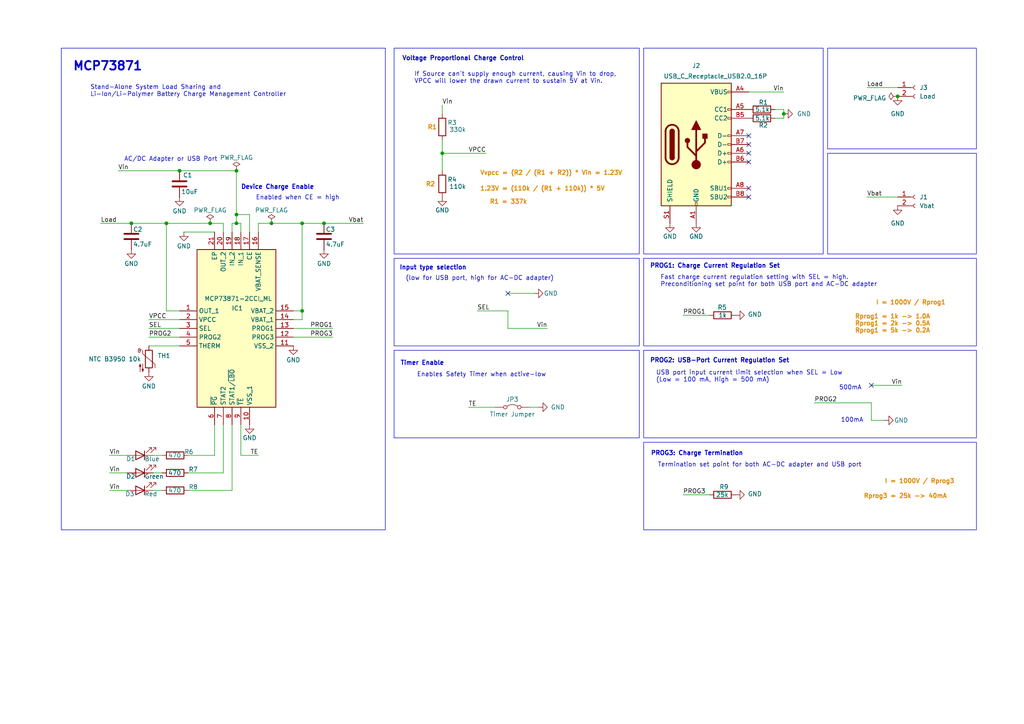
<source format=kicad_sch>
(kicad_sch (version 20250114) (generator "eeschema") (generator_version "9.0")
  (paper "A4")
  (lib_symbols
    (symbol "Connector:Conn_01x02_Socket" (pin_names (offset 1.016) (hide yes))
      (property "Reference" "J" (at 0 2.54 0))
      (property "Value" "Conn_01x02_Socket" (at 0 -5.08 0))
      (symbol "Conn_01x02_Socket_1_1"
        (polyline (pts (xy -1.27 0) (xy -0.508 0)) (stroke (width 0.1524)))
        (polyline (pts (xy -1.27 -2.54) (xy -0.508 -2.54)) (stroke (width 0.1524)))
        (arc (start 0 -0.508) (mid -0.5058 0) (end 0 0.508) (stroke (width 0.1524)))
        (arc (start 0 -3.048) (mid -0.5058 -2.54) (end 0 -2.032) (stroke (width 0.1524)))
        (pin passive line (at -5.08 0 0) (length 3.81) (name "Pin_1") (number "1"))
        (pin passive line (at -5.08 -2.54 0) (length 3.81) (name "Pin_2") (number "2"))
      )
    )
    (symbol "Connector:USB_C_Receptacle_USB2.0_16P" (pin_names (offset 1.016))
      (property "Reference" "J" (at 0 22.225 0))
      (property "Value" "USB_C_Receptacle_USB2.0_16P" (at 0 19.685 0))
      (symbol "USB_C_Receptacle_USB2.0_16P_0_0"
        (rectangle (start -0.254 -17.78) (end 0.254 -16.764))
        (rectangle (start 10.16 15.494) (end 9.144 14.986))
        (rectangle (start 10.16 10.414) (end 9.144 9.906))
        (rectangle (start 10.16 7.874) (end 9.144 7.366))
        (rectangle (start 10.16 2.794) (end 9.144 2.286))
        (rectangle (start 10.16 0.254) (end 9.144 -0.254))
        (rectangle (start 10.16 -2.286) (end 9.144 -2.794))
        (rectangle (start 10.16 -4.826) (end 9.144 -5.334))
        (rectangle (start 10.16 -12.446) (end 9.144 -12.954))
        (rectangle (start 10.16 -14.986) (end 9.144 -15.494))
      )
      (symbol "USB_C_Receptacle_USB2.0_16P_0_1"
        (rectangle (start -10.16 17.78) (end 10.16 -17.78) (stroke (width 0.254)) (fill (type background)))
        (polyline (pts (xy -8.89 -3.81) (xy -8.89 3.81)) (stroke (width 0.508)))
        (rectangle (start -7.62 -3.81) (end -6.35 3.81) (stroke (width 0.254)) (fill (type outline)))
        (arc (start -7.62 3.81) (mid -6.985 4.4423) (end -6.35 3.81) (stroke (width 0.254)))
        (arc (start -7.62 3.81) (mid -6.985 4.4423) (end -6.35 3.81) (stroke (width 0.254)) (fill (type outline)))
        (arc (start -8.89 3.81) (mid -6.985 5.7067) (end -5.08 3.81) (stroke (width 0.508)))
        (arc (start -5.08 -3.81) (mid -6.985 -5.7067) (end -8.89 -3.81) (stroke (width 0.508)))
        (arc (start -6.35 -3.81) (mid -6.985 -4.4423) (end -7.62 -3.81) (stroke (width 0.254)))
        (arc (start -6.35 -3.81) (mid -6.985 -4.4423) (end -7.62 -3.81) (stroke (width 0.254)) (fill (type outline)))
        (polyline (pts (xy -5.08 3.81) (xy -5.08 -3.81)) (stroke (width 0.508)))
        (circle (center -2.54 1.143) (radius 0.635) (stroke (width 0.254)) (fill (type outline)))
        (polyline (pts (xy -1.27 4.318) (xy 0 6.858) (xy 1.27 4.318) (xy -1.27 4.318)) (stroke (width 0.254)) (fill (type outline)))
        (polyline (pts (xy 0 -2.032) (xy 2.54 0.508) (xy 2.54 1.778)) (stroke (width 0.508)))
        (polyline (pts (xy 0 -3.302) (xy -2.54 -0.762) (xy -2.54 0.508)) (stroke (width 0.508)))
        (polyline (pts (xy 0 -5.842) (xy 0 4.318)) (stroke (width 0.508)))
        (circle (center 0 -5.842) (radius 1.27) (fill (type outline)))
        (rectangle (start 1.905 1.778) (end 3.175 3.048) (stroke (width 0.254)) (fill (type outline)))
      )
      (symbol "USB_C_Receptacle_USB2.0_16P_1_1"
        (pin passive line (at -7.62 -22.86 90) (length 5.08) (name "SHIELD") (number "S1"))
        (pin passive line (at 0 -22.86 90) (length 5.08) (name "GND") (number "A1"))
        (pin passive line (at 0 -22.86 90) (length 5.08) (hide yes) (name "GND") (number "A12"))
        (pin passive line (at 0 -22.86 90) (length 5.08) (hide yes) (name "GND") (number "B1"))
        (pin passive line (at 0 -22.86 90) (length 5.08) (hide yes) (name "GND") (number "B12"))
        (pin passive line (at 15.24 15.24 180) (length 5.08) (name "VBUS") (number "A4"))
        (pin passive line (at 15.24 15.24 180) (length 5.08) (hide yes) (name "VBUS") (number "A9"))
        (pin passive line (at 15.24 15.24 180) (length 5.08) (hide yes) (name "VBUS") (number "B4"))
        (pin passive line (at 15.24 15.24 180) (length 5.08) (hide yes) (name "VBUS") (number "B9"))
        (pin bidirectional line (at 15.24 10.16 180) (length 5.08) (name "CC1") (number "A5"))
        (pin bidirectional line (at 15.24 7.62 180) (length 5.08) (name "CC2") (number "B5"))
        (pin bidirectional line (at 15.24 2.54 180) (length 5.08) (name "D-") (number "A7"))
        (pin bidirectional line (at 15.24 0 180) (length 5.08) (name "D-") (number "B7"))
        (pin bidirectional line (at 15.24 -2.54 180) (length 5.08) (name "D+") (number "A6"))
        (pin bidirectional line (at 15.24 -5.08 180) (length 5.08) (name "D+") (number "B6"))
        (pin bidirectional line (at 15.24 -12.7 180) (length 5.08) (name "SBU1") (number "A8"))
        (pin bidirectional line (at 15.24 -15.24 180) (length 5.08) (name "SBU2") (number "B8"))
      )
    )
    (symbol "Device:C" (pin_numbers (hide yes)) (pin_names (offset 0.254))
      (property "Reference" "C" (at 0.635 2.54 0))
      (property "Value" "C" (at 0.635 -2.54 0))
      (symbol "C_0_1"
        (polyline (pts (xy -2.032 0.762) (xy 2.032 0.762)) (stroke (width 0.508)))
        (polyline (pts (xy -2.032 -0.762) (xy 2.032 -0.762)) (stroke (width 0.508)))
      )
      (symbol "C_1_1"
        (pin passive line (at 0 3.81 270) (length 2.794) (name "~") (number "1"))
        (pin passive line (at 0 -3.81 90) (length 2.794) (name "~") (number "2"))
      )
    )
    (symbol "Device:LED" (pin_numbers (hide yes)) (pin_names (offset 1.016) (hide yes))
      (property "Reference" "D" (at 0 2.54 0))
      (property "Value" "LED" (at 0 -2.54 0))
      (symbol "LED_0_1"
        (polyline (pts (xy -3.048 -0.762) (xy -4.572 -2.286) (xy -3.81 -2.286) (xy -4.572 -2.286) (xy -4.572 -1.524)))
        (polyline (pts (xy -1.778 -0.762) (xy -3.302 -2.286) (xy -2.54 -2.286) (xy -3.302 -2.286) (xy -3.302 -1.524)))
        (polyline (pts (xy -1.27 0) (xy 1.27 0)))
        (polyline (pts (xy -1.27 -1.27) (xy -1.27 1.27)) (stroke (width 0.254)))
        (polyline (pts (xy 1.27 -1.27) (xy 1.27 1.27) (xy -1.27 0) (xy 1.27 -1.27)) (stroke (width 0.254)))
      )
      (symbol "LED_1_1"
        (pin passive line (at -3.81 0 0) (length 2.54) (name "K") (number "1"))
        (pin passive line (at 3.81 0 180) (length 2.54) (name "A") (number "2"))
      )
    )
    (symbol "Device:R" (pin_numbers (hide yes)) (pin_names (offset 0))
      (property "Reference" "R" (at 2.032 0 90))
      (property "Value" "R" (at 0 0 90))
      (symbol "R_0_1"
        (rectangle (start -1.016 -2.54) (end 1.016 2.54) (stroke (width 0.254)))
      )
      (symbol "R_1_1"
        (pin passive line (at 0 3.81 270) (length 1.27) (name "~") (number "1"))
        (pin passive line (at 0 -3.81 90) (length 1.27) (name "~") (number "2"))
      )
    )
    (symbol "Device:Thermistor_NTC" (pin_numbers (hide yes)) (pin_names (offset 0))
      (property "Reference" "TH" (at -4.445 0 90))
      (property "Value" "Thermistor_NTC" (at 3.175 0 90))
      (symbol "Thermistor_NTC_0_1"
        (arc (start -3.175 2.413) (mid -3.0506 2.3165) (end -3.048 2.159))
        (arc (start -3.048 2.794) (mid -2.9736 2.9736) (end -2.794 3.048))
        (arc (start -2.794 3.048) (mid -2.6144 2.9736) (end -2.54 2.794))
        (arc (start -2.794 2.54) (mid -2.9736 2.6144) (end -3.048 2.794))
        (arc (start -2.794 1.905) (mid -2.9736 1.9794) (end -3.048 2.159))
        (arc (start -2.54 2.159) (mid -2.6144 1.9794) (end -2.794 1.905))
        (arc (start -2.159 2.794) (mid -2.434 2.5608) (end -2.794 2.54))
        (polyline (pts (xy -2.54 2.159) (xy -2.54 2.794)))
        (polyline (pts (xy -2.54 -3.683) (xy -2.54 -1.397) (xy -2.794 -2.159) (xy -2.286 -2.159) (xy -2.54 -1.397) (xy -2.54 -1.651)) (fill (type outline)))
        (polyline (pts (xy -1.778 2.54) (xy -1.778 1.524) (xy 1.778 -1.524) (xy 1.778 -2.54)))
        (polyline (pts (xy -1.778 -1.397) (xy -1.778 -3.683) (xy -2.032 -2.921) (xy -1.524 -2.921) (xy -1.778 -3.683) (xy -1.778 -3.429)) (fill (type outline)))
        (rectangle (start -1.016 2.54) (end 1.016 -2.54) (stroke (width 0.254)))
      )
      (symbol "Thermistor_NTC_1_1"
        (pin passive line (at 0 3.81 270) (length 1.27) (name "~") (number "1"))
        (pin passive line (at 0 -3.81 90) (length 1.27) (name "~") (number "2"))
      )
    )
    (symbol "Jumper:Jumper_2_Bridged" (pin_numbers (hide yes)) (pin_names (offset 0) (hide yes)) (exclude_from_sim yes)
      (property "Reference" "JP" (at 0 1.905 0))
      (property "Value" "Jumper_2_Bridged" (at 0 -2.54 0))
      (symbol "Jumper_2_Bridged_0_0"
        (circle (center -2.032 0) (radius 0.508))
        (circle (center 2.032 0) (radius 0.508))
      )
      (symbol "Jumper_2_Bridged_0_1"
        (arc (start -1.524 0.254) (mid 0 0.762) (end 1.524 0.254))
      )
      (symbol "Jumper_2_Bridged_1_1"
        (pin passive line (at -5.08 0 0) (length 2.54) (name "A") (number "1"))
        (pin passive line (at 5.08 0 180) (length 2.54) (name "B") (number "2"))
      )
    )
    (symbol "MCP73871-2CCI_ML:MCP73871-2CCI_ML"
      (property "Reference" "IC" (at 29.21 22.86 0))
      (property "Value" "MCP73871-2CCI_ML" (at 29.21 20.32 0))
      (symbol "MCP73871-2CCI_ML_1_1"
        (rectangle (start 5.08 17.78) (end 27.94 -27.94) (stroke (width 0.254)) (fill (type background)))
        (pin passive line (at 0 0 0) (length 5.08) (name "OUT_1") (number "1"))
        (pin passive line (at 0 -2.54 0) (length 5.08) (name "VPCC") (number "2"))
        (pin passive line (at 0 -5.08 0) (length 5.08) (name "SEL") (number "3"))
        (pin passive line (at 0 -7.62 0) (length 5.08) (name "PROG2") (number "4"))
        (pin passive line (at 0 -10.16 0) (length 5.08) (name "THERM") (number "5"))
        (pin passive line (at 10.16 22.86 270) (length 5.08) (name "EP") (number "21"))
        (pin passive line (at 10.16 -33.02 90) (length 5.08) (name "~{PG}") (number "6"))
        (pin passive line (at 12.7 22.86 270) (length 5.08) (name "OUT_2") (number "20"))
        (pin passive line (at 12.7 -33.02 90) (length 5.08) (name "STAT2") (number "7"))
        (pin passive line (at 15.24 22.86 270) (length 5.08) (name "IN_2") (number "19"))
        (pin passive line (at 15.24 -33.02 90) (length 5.08) (name "STAT1/~{LBO}") (number "8"))
        (pin passive line (at 17.78 22.86 270) (length 5.08) (name "IN_1") (number "18"))
        (pin passive line (at 17.78 -33.02 90) (length 5.08) (name "~{TE}") (number "9"))
        (pin passive line (at 20.32 22.86 270) (length 5.08) (name "CE") (number "17"))
        (pin passive line (at 20.32 -33.02 90) (length 5.08) (name "VSS_1") (number "10"))
        (pin passive line (at 22.86 22.86 270) (length 5.08) (name "VBAT_SENSE") (number "16"))
        (pin passive line (at 33.02 0 180) (length 5.08) (name "VBAT_2") (number "15"))
        (pin passive line (at 33.02 -2.54 180) (length 5.08) (name "VBAT_1") (number "14"))
        (pin passive line (at 33.02 -5.08 180) (length 5.08) (name "PROG1") (number "13"))
        (pin passive line (at 33.02 -7.62 180) (length 5.08) (name "PROG3") (number "12"))
        (pin passive line (at 33.02 -10.16 180) (length 5.08) (name "VSS_2") (number "11"))
      )
    )
    (symbol "power:GND" (power) (pin_numbers (hide yes)) (pin_names (offset 0) (hide yes))
      (property "Value" "GND" (at 0 -3.81 0))
      (symbol "GND_0_1"
        (polyline (pts (xy 0 0) (xy 0 -1.27) (xy 1.27 -1.27) (xy 0 -2.54) (xy -1.27 -1.27) (xy 0 -1.27)))
      )
      (symbol "GND_1_1"
        (pin power_in line (at 0 0 270) (length 0) (name "~") (number "1"))
      )
    )
    (symbol "power:PWR_FLAG" (power) (pin_numbers (hide yes)) (pin_names (offset 0) (hide yes))
      (property "Value" "PWR_FLAG" (at 0 3.81 0))
      (symbol "PWR_FLAG_0_0"
        (pin power_out line (at 0 0 90) (length 0) (name "~") (number "1"))
      )
      (symbol "PWR_FLAG_0_1"
        (polyline (pts (xy 0 0) (xy 0 1.27) (xy -1.016 1.905) (xy 0 2.54) (xy 1.016 1.905) (xy 0 1.27)))
      )
    )
  )
  (rectangle (start 186.69 128.27) (end 283.21 153.67))
  (rectangle (start 114.3 74.93) (end 185.42 100.33))
  (rectangle (start 114.3 101.6) (end 185.42 127))
  (rectangle (start 186.69 13.97) (end 238.76 73.66))
  (rectangle (start 186.69 101.6) (end 283.21 127))
  (rectangle (start 114.3 13.97) (end 185.42 73.66))
  (rectangle (start 186.69 74.93) (end 283.21 100.33))
  (rectangle (start 240.03 44.45) (end 283.21 73.66))
  (rectangle (start 17.78 13.97) (end 111.76 153.67))
  (rectangle (start 240.03 13.97) (end 283.21 43.18))
  (text "Vvpcc = (R2 / (R1 + R2)) * Vin = 1.23V" (at 139.192 50.292 0) (effects (font (size 1.27 1.27) (thickness 0.254) (bold yes)) (justify left)))
  (text "Stand-Alone System Load Sharing and \nLi-Ion/Li-Polymer Battery Charge Management Controller" (at 26.162 26.416 0) (effects (font (size 1.27 1.27)) (justify left)))
  (text "Device Charge Enable" (at 69.85 54.356 0) (effects (font (size 1.27 1.27) (thickness 0.254) (bold yes)) (justify left)))
  (text "USB port input current limit selection when SEL = Low \n(Low = 100 mA, High = 500 mA)" (at 190.246 109.22 0) (effects (font (size 1.27 1.27)) (justify left)))
  (text "AC/DC Adapter or USB Port" (at 49.53 46.228 0) (effects (font (size 1.27 1.27))))
  (text "I = 1000V / Rprog1" (at 254 87.884 0) (effects (font (size 1.27 1.27) (thickness 0.254) (bold yes)) (justify left)))
  (text "R2" (at 123.444 53.594 0) (effects (font (size 1.27 1.27) (thickness 0.254) (bold yes)) (justify left)))
  (text "R1" (at 123.952 37.084 0) (effects (font (size 1.27 1.27) (thickness 0.254) (bold yes)) (justify left)))
  (text "PROG2: USB-Port Current Regulation Set" (at 188.468 104.648 0) (effects (font (size 1.27 1.27) (thickness 0.254) (bold yes)) (justify left)))
  (text "Enables Safety Timer when active-low" (at 120.904 108.712 0) (effects (font (size 1.27 1.27)) (justify left)))
  (text "Fast charge current regulation setting with SEL = high. \nPreconditioning set point for both USB port and AC-DC adapter" (at 191.516 81.534 0) (effects (font (size 1.27 1.27)) (justify left)))
  (text "MCP73871" (at 31.242 19.304 0) (effects (font (size 2.5 2.5) (thickness 0.5) (bold yes))))
  (text "Voltage Proportional Charge Control" (at 116.586 17.018 0) (effects (font (size 1.27 1.27) (thickness 0.254) (bold yes)) (justify left)))
  (text "Rprog1 = 1k -> 1.0A" (at 247.904 91.948 0) (effects (font (size 1.27 1.27) (thickness 0.254) (bold yes)) (justify left)))
  (text "500mA" (at 243.332 112.522 0) (effects (font (size 1.27 1.27)) (justify left)))
  (text "If Source can't supply enough current, causing Vin to drop, \nVPCC will lower the drawn current to sustain 5V at Vin." (at 120.142 22.606 0) (effects (font (size 1.27 1.27)) (justify left)))
  (text "Rprog1 = 2k -> 0.5A" (at 247.904 93.98 0) (effects (font (size 1.27 1.27) (thickness 0.254) (bold yes)) (justify left)))
  (text "Enabled when CE = high" (at 74.168 57.404 0) (effects (font (size 1.27 1.27)) (justify left)))
  (text "100mA" (at 243.84 121.92 0) (effects (font (size 1.27 1.27)) (justify left)))
  (text "Termination set point for both AC-DC adapter and USB port" (at 190.754 134.874 0) (effects (font (size 1.27 1.27)) (justify left)))
  (text "I = 1000V / Rprog3" (at 256.54 139.7 0) (effects (font (size 1.27 1.27) (thickness 0.254) (bold yes)) (justify left)))
  (text "Rprog1 = 5k -> 0.2A" (at 247.904 96.012 0) (effects (font (size 1.27 1.27) (thickness 0.254) (bold yes)) (justify left)))
  (text "PROG3: Charge Termination" (at 188.722 131.572 0) (effects (font (size 1.27 1.27) (thickness 0.254) (bold yes)) (justify left)))
  (text "1.23V = (110k / (R1 + 110k)) * 5V" (at 139.192 54.864 0) (effects (font (size 1.27 1.27) (thickness 0.254) (bold yes)) (justify left)))
  (text "Timer Enable" (at 116.078 105.41 0) (effects (font (size 1.27 1.27) (thickness 0.254) (bold yes)) (justify left)))
  (text "PROG1: Charge Current Regulation Set" (at 188.468 77.216 0) (effects (font (size 1.27 1.27) (thickness 0.254) (bold yes)) (justify left)))
  (text "(low for USB port, high for AC-DC adapter)" (at 117.602 80.772 0) (effects (font (size 1.27 1.27)) (justify left)))
  (text "Input type selection " (at 115.824 77.724 0) (effects (font (size 1.27 1.27) (thickness 0.254) (bold yes)) (justify left)))
  (text "R1 = 337k" (at 141.986 58.674 0) (effects (font (size 1.27 1.27) (thickness 0.254) (bold yes)) (justify left)))
  (text "Rprog3 = 25k -> 40mA" (at 250.444 144.018 0) (effects (font (size 1.27 1.27) (thickness 0.254) (bold yes)) (justify left)))
  (junction (at 128.27 44.45))
  (junction (at 48.26 64.77))
  (junction (at 78.74 64.77))
  (junction (at 60.96 64.77))
  (junction (at 52.07 49.53))
  (junction (at 38.1 64.77))
  (junction (at 68.58 62.23))
  (junction (at 227.33 33.02))
  (junction (at 68.58 49.53))
  (junction (at 87.63 90.17))
  (junction (at 93.98 64.77))
  (junction (at 68.58 64.77))
  (junction (at 260.35 27.94))
  (junction (at 87.63 64.77))
  (no_connect (at 217.17 41.91))
  (no_connect (at 252.73 111.76))
  (no_connect (at 217.17 57.15))
  (no_connect (at 217.17 46.99))
  (no_connect (at 217.17 39.37))
  (no_connect (at 217.17 44.45))
  (no_connect (at 147.32 85.09))
  (no_connect (at 217.17 54.61))
  (wire (pts (xy 67.31 67.31) (xy 67.31 64.77)))
  (wire (pts (xy 78.74 64.77) (xy 87.63 64.77)))
  (wire (pts (xy 251.46 57.15) (xy 260.35 57.15)))
  (wire (pts (xy 135.89 118.11) (xy 143.51 118.11)))
  (wire (pts (xy 64.77 67.31) (xy 64.77 64.77)))
  (wire (pts (xy 147.32 95.25) (xy 158.75 95.25)))
  (wire (pts (xy 256.54 121.92) (xy 252.73 121.92)))
  (wire (pts (xy 227.33 33.02) (xy 227.33 34.29)))
  (wire (pts (xy 74.93 67.31) (xy 74.93 64.77)))
  (wire (pts (xy 68.58 62.23) (xy 68.58 64.77)))
  (wire (pts (xy 54.61 142.24) (xy 67.31 142.24)))
  (wire (pts (xy 128.27 40.64) (xy 128.27 44.45)))
  (wire (pts (xy 205.74 143.51) (xy 198.12 143.51)))
  (wire (pts (xy 85.09 90.17) (xy 87.63 90.17)))
  (wire (pts (xy 43.18 92.71) (xy 52.07 92.71)))
  (wire (pts (xy 38.1 64.77) (xy 48.26 64.77)))
  (wire (pts (xy 48.26 90.17) (xy 52.07 90.17)))
  (wire (pts (xy 48.26 64.77) (xy 48.26 90.17)))
  (wire (pts (xy 74.93 132.08) (xy 69.85 132.08)))
  (wire (pts (xy 64.77 64.77) (xy 60.96 64.77)))
  (wire (pts (xy 147.32 85.09) (xy 154.94 85.09)))
  (wire (pts (xy 68.58 49.53) (xy 68.58 62.23)))
  (wire (pts (xy 252.73 116.84) (xy 252.73 121.92)))
  (wire (pts (xy 62.23 67.31) (xy 53.34 67.31)))
  (wire (pts (xy 64.77 137.16) (xy 64.77 123.19)))
  (wire (pts (xy 52.07 49.53) (xy 68.58 49.53)))
  (wire (pts (xy 67.31 64.77) (xy 68.58 64.77)))
  (wire (pts (xy 43.18 100.33) (xy 52.07 100.33)))
  (wire (pts (xy 128.27 44.45) (xy 140.97 44.45)))
  (wire (pts (xy 96.52 95.25) (xy 85.09 95.25)))
  (wire (pts (xy 31.75 132.08) (xy 36.83 132.08)))
  (wire (pts (xy 68.58 64.77) (xy 69.85 64.77)))
  (wire (pts (xy 43.18 95.25) (xy 52.07 95.25)))
  (wire (pts (xy 227.33 31.75) (xy 224.79 31.75)))
  (wire (pts (xy 44.45 142.24) (xy 46.99 142.24)))
  (wire (pts (xy 54.61 132.08) (xy 62.23 132.08)))
  (wire (pts (xy 147.32 90.17) (xy 147.32 95.25)))
  (wire (pts (xy 44.45 132.08) (xy 46.99 132.08)))
  (wire (pts (xy 69.85 132.08) (xy 69.85 123.19)))
  (wire (pts (xy 60.96 64.77) (xy 48.26 64.77)))
  (wire (pts (xy 68.58 62.23) (xy 72.39 62.23)))
  (wire (pts (xy 227.33 31.75) (xy 227.33 33.02)))
  (wire (pts (xy 43.18 97.79) (xy 52.07 97.79)))
  (wire (pts (xy 93.98 64.77) (xy 105.41 64.77)))
  (wire (pts (xy 69.85 64.77) (xy 69.85 67.31)))
  (wire (pts (xy 29.21 64.77) (xy 38.1 64.77)))
  (wire (pts (xy 31.75 137.16) (xy 36.83 137.16)))
  (wire (pts (xy 236.22 116.84) (xy 252.73 116.84)))
  (wire (pts (xy 156.21 118.11) (xy 153.67 118.11)))
  (wire (pts (xy 67.31 142.24) (xy 67.31 123.19)))
  (wire (pts (xy 62.23 132.08) (xy 62.23 123.19)))
  (wire (pts (xy 72.39 62.23) (xy 72.39 67.31)))
  (wire (pts (xy 227.33 34.29) (xy 224.79 34.29)))
  (wire (pts (xy 96.52 97.79) (xy 85.09 97.79)))
  (wire (pts (xy 54.61 137.16) (xy 64.77 137.16)))
  (wire (pts (xy 44.45 137.16) (xy 46.99 137.16)))
  (wire (pts (xy 128.27 30.48) (xy 128.27 33.02)))
  (wire (pts (xy 74.93 64.77) (xy 78.74 64.77)))
  (wire (pts (xy 128.27 44.45) (xy 128.27 49.53)))
  (wire (pts (xy 85.09 92.71) (xy 87.63 92.71)))
  (wire (pts (xy 34.29 49.53) (xy 52.07 49.53)))
  (wire (pts (xy 31.75 142.24) (xy 36.83 142.24)))
  (wire (pts (xy 87.63 92.71) (xy 87.63 90.17)))
  (wire (pts (xy 251.46 25.4) (xy 260.35 25.4)))
  (wire (pts (xy 87.63 64.77) (xy 93.98 64.77)))
  (wire (pts (xy 87.63 64.77) (xy 87.63 90.17)))
  (wire (pts (xy 205.74 91.44) (xy 198.12 91.44)))
  (wire (pts (xy 227.33 26.67) (xy 217.17 26.67)))
  (wire (pts (xy 261.62 111.76) (xy 252.73 111.76)))
  (wire (pts (xy 138.43 90.17) (xy 147.32 90.17)))
  (label "Vin" (at 158.75 95.25 180))
  (label "PROG3" (at 198.12 143.51 0))
  (label "TE" (at 74.93 132.08 180))
  (label "Vin" (at 128.27 30.48 0))
  (label "Vin" (at 227.33 26.67 180))
  (label "Vin" (at 31.75 142.24 0))
  (label "Vin" (at 31.75 132.08 0))
  (label "PROG2" (at 236.22 116.84 0))
  (label "Vin" (at 34.29 49.53 0))
  (label "PROG1" (at 198.12 91.44 0))
  (label "TE" (at 135.89 118.11 0))
  (label "Vbat" (at 105.41 64.77 180))
  (label "VPCC" (at 140.97 44.45 180))
  (label "Vin" (at 31.75 137.16 0))
  (label "Load" (at 251.46 25.4 0))
  (label "Load" (at 29.21 64.77 0))
  (label "VPCC" (at 43.18 92.71 0))
  (label "SEL" (at 138.43 90.17 0))
  (label "PROG3" (at 96.52 97.79 180))
  (label "Vbat" (at 251.46 57.15 0))
  (label "Vin" (at 261.62 111.76 180))
  (label "PROG1" (at 96.52 95.25 180))
  (label "PROG2" (at 43.18 97.79 0))
  (label "SEL" (at 43.18 95.25 0))
  (symbol (lib_id "Device:Thermistor_NTC") (at 43.18 104.14 0) (unit 1)
    (property "Reference" "TH1" (at 45.72 103.1874 0) (effects (justify left)))
    (property "Value" "NTC B3950 10k" (at 25.654 104.14 0) (effects (justify left)))
    (property "Footprint" "Connector_PinSocket_2.00mm:PinSocket_1x02_P2.00mm_Vertical" (effects (hide yes)))
    (property "Description" "Temperature dependent resistor, negative temperature coefficient" (effects (hide yes)))
  )
  (symbol (lib_id "Device:R") (at 50.8 137.16 90) (unit 1)
    (property "Reference" "R7" (at 57.404 136.144 90) (effects (justify left)))
    (property "Value" "470" (at 52.578 137.16 90) (effects (justify left)))
    (property "Footprint" "Resistor_SMD:R_0805_2012Metric_Pad1.20x1.40mm_HandSolder" (effects (hide yes)))
    (property "Description" "Resistor" (effects (hide yes)))
  )
  (symbol (lib_id "power:GND") (at 213.36 143.51 90) (unit 1)
    (property "Reference" "#PWR018" (effects (hide yes)))
    (property "Value" "GND" (at 218.948 143.256 90))
    (property "Description" "Power symbol creates a global label with name \"GND\" , ground" (effects (hide yes)))
  )
  (symbol (lib_id "power:GND") (at 213.36 91.44 90) (unit 1)
    (property "Reference" "#PWR012" (effects (hide yes)))
    (property "Value" "GND" (at 218.948 91.186 90))
    (property "Description" "Power symbol creates a global label with name \"GND\" , ground" (effects (hide yes)))
  )
  (symbol (lib_id "power:GND") (at 227.33 33.02 90) (unit 1)
    (property "Reference" "#PWR02" (effects (hide yes)))
    (property "Value" "GND" (at 231.14 33.0199 90) (effects (justify right)))
    (property "Description" "Power symbol creates a global label with name \"GND\" , ground" (effects (hide yes)))
  )
  (symbol (lib_id "power:GND") (at 53.34 67.31 0) (unit 1)
    (property "Reference" "#PWR08" (effects (hide yes)))
    (property "Value" "GND" (at 53.34 71.374 0))
    (property "Description" "Power symbol creates a global label with name \"GND\" , ground" (effects (hide yes)))
  )
  (symbol (lib_id "power:GND") (at 154.94 85.09 90) (unit 1)
    (property "Reference" "#PWR011" (effects (hide yes)))
    (property "Value" "GND" (at 159.766 85.09 90))
    (property "Description" "Power symbol creates a global label with name \"GND\" , ground" (effects (hide yes)))
  )
  (symbol (lib_id "Device:C") (at 93.98 68.58 0) (unit 1)
    (property "Reference" "C3" (at 94.488 66.548 0) (effects (justify left)))
    (property "Value" "4.7uF" (at 94.488 70.866 0) (effects (justify left)))
    (property "Footprint" "Capacitor_SMD:C_0805_2012Metric_Pad1.18x1.45mm_HandSolder" (effects (hide yes)))
    (property "Description" "Unpolarized capacitor" (effects (hide yes)))
  )
  (symbol (lib_id "Jumper:Jumper_2_Bridged") (at 148.59 118.11 0) (unit 1)
    (property "Reference" "JP3" (at 148.59 115.824 0))
    (property "Value" "Timer Jumper" (at 148.59 120.142 0))
    (property "Footprint" "Jumper:SolderJumper-2_P1.3mm_Bridged_RoundedPad1.0x1.5mm" (effects (hide yes)))
    (property "Description" "Jumper, 2-pole, closed/bridged" (effects (hide yes)))
  )
  (symbol (lib_id "Device:C") (at 52.07 53.34 0) (unit 1)
    (property "Reference" "C1" (at 53.086 50.8 0) (effects (justify left)))
    (property "Value" "10uF" (at 52.578 55.626 0) (effects (justify left)))
    (property "Footprint" "Capacitor_SMD:C_0805_2012Metric_Pad1.18x1.45mm_HandSolder" (effects (hide yes)))
    (property "Description" "Unpolarized capacitor" (effects (hide yes)))
  )
  (symbol (lib_id "power:GND") (at 260.35 27.94 0) (unit 1)
    (property "Reference" "#PWR01" (effects (hide yes)))
    (property "Value" "GND" (at 260.35 33.02 0))
    (property "Description" "Power symbol creates a global label with name \"GND\" , ground" (effects (hide yes)))
  )
  (symbol (lib_id "Connector:Conn_01x02_Socket") (at 265.43 25.4 0) (unit 1)
    (property "Reference" "J3" (at 266.7 25.3999 0) (effects (justify left)))
    (property "Value" "Load" (at 266.7 27.9399 0) (effects (justify left)))
    (property "Footprint" "Connector_PinSocket_2.00mm:PinSocket_1x02_P2.00mm_Vertical" (effects (hide yes)))
    (property "Description" "Generic connector, single row, 01x02, script generated" (effects (hide yes)))
  )
  (symbol (lib_id "power:GND") (at 93.98 72.39 0) (unit 1)
    (property "Reference" "#PWR010" (effects (hide yes)))
    (property "Value" "GND" (at 93.98 76.454 0))
    (property "Description" "Power symbol creates a global label with name \"GND\" , ground" (effects (hide yes)))
  )
  (symbol (lib_id "power:GND") (at 43.18 107.95 0) (unit 1)
    (property "Reference" "#PWR014" (effects (hide yes)))
    (property "Value" "GND" (at 43.18 112.014 0))
    (property "Description" "Power symbol creates a global label with name \"GND\" , ground" (effects (hide yes)))
  )
  (symbol (lib_id "power:GND") (at 260.35 59.69 0) (unit 1)
    (property "Reference" "#PWR05" (effects (hide yes)))
    (property "Value" "GND" (at 260.35 64.77 0))
    (property "Description" "Power symbol creates a global label with name \"GND\" , ground" (effects (hide yes)))
  )
  (symbol (lib_id "power:GND") (at 201.93 64.77 0) (unit 1)
    (property "Reference" "#PWR07" (effects (hide yes)))
    (property "Value" "GND" (at 201.93 68.58 0))
    (property "Description" "Power symbol creates a global label with name \"GND\" , ground" (effects (hide yes)))
  )
  (symbol (lib_id "Connector:Conn_01x02_Socket") (at 265.43 57.15 0) (unit 1)
    (property "Reference" "J1" (at 266.7 57.1499 0) (effects (justify left)))
    (property "Value" "Vbat" (at 266.7 59.6899 0) (effects (justify left)))
    (property "Footprint" "Connector_PinSocket_2.00mm:PinSocket_1x02_P2.00mm_Vertical" (effects (hide yes)))
    (property "Description" "Generic connector, single row, 01x02, script generated" (effects (hide yes)))
  )
  (symbol (lib_id "MCP73871-2CCI_ML:MCP73871-2CCI_ML") (at 52.07 90.17 0) (unit 1)
    (property "Reference" "IC1" (at 68.834 89.408 0))
    (property "Value" "MCP73871-2CCI_ML" (at 69.088 86.614 0))
    (property "Footprint" "MCP73871-2CCI_ML:QFN50P400X400X100-21N-D" (effects (hide yes)))
    (property "Datasheet" "https://datasheet.datasheetarchive.com/originals/distributors/Datasheets-DGA15/728881.pdf" (effects (hide yes)))
    (property "Description" "Li-Ion Charger USB/DC 4.2V TE LBO QFN20" (effects (hide yes)))
    (property "Height" "1" (effects (hide yes)))
    (property "Mouser Part Number" "579-MCP73871-2CCI/ML" (effects (hide yes)))
    (property "Mouser Price/Stock" "https://www.mouser.co.uk/ProductDetail/Microchip-Technology/MCP73871-2CCI-ML?qs=qXsUupcbpXyQfJ2clznZxw%3D%3D" (effects (hide yes)))
    (property "Manufacturer_Name" "Microchip" (effects (hide yes)))
    (property "Manufacturer_Part_Number" "MCP73871-2CCI/ML" (effects (hide yes)))
  )
  (symbol (lib_id "power:GND") (at 156.21 118.11 90) (unit 1)
    (property "Reference" "#PWR015" (effects (hide yes)))
    (property "Value" "GND" (at 161.798 118.11 90))
    (property "Description" "Power symbol creates a global label with name \"GND\" , ground" (effects (hide yes)))
  )
  (symbol (lib_id "Device:LED") (at 40.64 132.08 180) (unit 1)
    (property "Reference" "D1" (at 36.576 133.096 0) (effects (justify right)))
    (property "Value" "Blue" (at 41.91 133.096 0) (effects (justify right)))
    (property "Footprint" "LED_SMD:LED_0805_2012Metric_Pad1.15x1.40mm_HandSolder" (effects (hide yes)))
    (property "Description" "Light emitting diode" (effects (hide yes)))
    (property "Sim.Pins" "1=K 2=A" (effects (hide yes)))
  )
  (symbol (lib_id "power:GND") (at 85.09 100.33 0) (unit 1)
    (property "Reference" "#PWR013" (effects (hide yes)))
    (property "Value" "GND" (at 85.09 104.394 0))
    (property "Description" "Power symbol creates a global label with name \"GND\" , ground" (effects (hide yes)))
  )
  (symbol (lib_id "power:PWR_FLAG") (at 60.96 64.77 0) (unit 1)
    (property "Reference" "#FLG03" (effects (hide yes)))
    (property "Value" "PWR_FLAG" (at 60.96 60.96 0))
    (property "Description" "Special symbol for telling ERC where power comes from" (effects (hide yes)))
  )
  (symbol (lib_id "Connector:USB_C_Receptacle_USB2.0_16P") (at 201.93 41.91 0) (unit 1)
    (property "Reference" "J2" (at 201.93 19.05 0))
    (property "Value" "USB_C_Receptacle_USB2.0_16P" (at 207.518 22.098 0))
    (property "Footprint" "Connector_USB:USB_C_Receptacle_HRO_TYPE-C-31-M-12" (effects (hide yes)))
    (property "Datasheet" "https://www.usb.org/sites/default/files/documents/usb_type-c.zip" (effects (hide yes)))
    (property "Description" "USB 2.0-only 16P Type-C Receptacle connector" (effects (hide yes)))
  )
  (symbol (lib_id "power:PWR_FLAG") (at 68.58 49.53 0) (unit 1)
    (property "Reference" "#FLG02" (effects (hide yes)))
    (property "Value" "PWR_FLAG" (at 68.58 45.72 0))
    (property "Description" "Special symbol for telling ERC where power comes from" (effects (hide yes)))
  )
  (symbol (lib_id "Device:LED") (at 40.64 137.16 180) (unit 1)
    (property "Reference" "D2" (at 36.576 138.176 0) (effects (justify right)))
    (property "Value" "Green" (at 41.91 138.176 0) (effects (justify right)))
    (property "Footprint" "LED_SMD:LED_0805_2012Metric_Pad1.15x1.40mm_HandSolder" (effects (hide yes)))
    (property "Description" "Light emitting diode" (effects (hide yes)))
    (property "Sim.Pins" "1=K 2=A" (effects (hide yes)))
  )
  (symbol (lib_id "Device:R") (at 50.8 142.24 90) (unit 1)
    (property "Reference" "R8" (at 57.404 141.224 90) (effects (justify left)))
    (property "Value" "470" (at 52.578 142.24 90) (effects (justify left)))
    (property "Footprint" "Resistor_SMD:R_0805_2012Metric_Pad1.20x1.40mm_HandSolder" (effects (hide yes)))
    (property "Description" "Resistor" (effects (hide yes)))
  )
  (symbol (lib_id "power:PWR_FLAG") (at 78.74 64.77 0) (unit 1)
    (property "Reference" "#FLG04" (effects (hide yes)))
    (property "Value" "PWR_FLAG" (at 78.74 60.96 0))
    (property "Description" "Special symbol for telling ERC where power comes from" (effects (hide yes)))
  )
  (symbol (lib_id "power:GND") (at 38.1 72.39 0) (unit 1)
    (property "Reference" "#PWR09" (effects (hide yes)))
    (property "Value" "GND" (at 38.1 76.454 0))
    (property "Description" "Power symbol creates a global label with name \"GND\" , ground" (effects (hide yes)))
  )
  (symbol (lib_id "power:GND") (at 52.07 57.15 0) (unit 1)
    (property "Reference" "#PWR03" (effects (hide yes)))
    (property "Value" "GND" (at 52.07 61.214 0))
    (property "Description" "Power symbol creates a global label with name \"GND\" , ground" (effects (hide yes)))
  )
  (symbol (lib_id "power:GND") (at 128.27 57.15 0) (unit 1)
    (property "Reference" "#PWR04" (effects (hide yes)))
    (property "Value" "GND" (at 128.27 60.96 0))
    (property "Description" "Power symbol creates a global label with name \"GND\" , ground" (effects (hide yes)))
  )
  (symbol (lib_id "Device:C") (at 38.1 68.58 0) (unit 1)
    (property "Reference" "C2" (at 38.608 66.548 0) (effects (justify left)))
    (property "Value" "4.7uF" (at 38.608 70.866 0) (effects (justify left)))
    (property "Footprint" "Capacitor_SMD:C_0805_2012Metric_Pad1.18x1.45mm_HandSolder" (effects (hide yes)))
    (property "Description" "Unpolarized capacitor" (effects (hide yes)))
  )
  (symbol (lib_id "Device:R") (at 128.27 36.83 0) (unit 1)
    (property "Reference" "R3" (at 129.794 35.56 0) (effects (justify left)))
    (property "Value" "330k" (at 130.302 37.592 0) (effects (justify left)))
    (property "Footprint" "Resistor_SMD:R_0805_2012Metric_Pad1.20x1.40mm_HandSolder" (effects (hide yes)))
    (property "Description" "Resistor" (effects (hide yes)))
  )
  (symbol (lib_id "power:GND") (at 72.39 123.19 0) (unit 1)
    (property "Reference" "#PWR017" (effects (hide yes)))
    (property "Value" "GND" (at 72.39 127 0))
    (property "Description" "Power symbol creates a global label with name \"GND\" , ground" (effects (hide yes)))
  )
  (symbol (lib_id "Device:R") (at 220.98 34.29 90) (unit 1)
    (property "Reference" "R2" (at 222.758 36.322 90) (effects (justify left)))
    (property "Value" "5.1k" (at 223.266 34.29 90) (effects (justify left)))
    (property "Footprint" "Resistor_SMD:R_0805_2012Metric_Pad1.20x1.40mm_HandSolder" (effects (hide yes)))
    (property "Description" "Resistor" (effects (hide yes)))
  )
  (symbol (lib_id "power:GND") (at 194.31 64.77 0) (unit 1)
    (property "Reference" "#PWR06" (effects (hide yes)))
    (property "Value" "GND" (at 194.31 68.58 0))
    (property "Description" "Power symbol creates a global label with name \"GND\" , ground" (effects (hide yes)))
  )
  (symbol (lib_id "Device:R") (at 50.8 132.08 90) (unit 1)
    (property "Reference" "R6" (at 56.134 131.064 90) (effects (justify left)))
    (property "Value" "470" (at 52.578 132.08 90) (effects (justify left)))
    (property "Footprint" "Resistor_SMD:R_0805_2012Metric_Pad1.20x1.40mm_HandSolder" (effects (hide yes)))
    (property "Description" "Resistor" (effects (hide yes)))
  )
  (symbol (lib_id "Device:R") (at 209.55 91.44 90) (unit 1)
    (property "Reference" "R5" (at 210.82 89.154 90) (effects (justify left)))
    (property "Value" "1k" (at 210.82 91.44 90) (effects (justify left)))
    (property "Footprint" "Resistor_SMD:R_0805_2012Metric_Pad1.20x1.40mm_HandSolder" (effects (hide yes)))
    (property "Description" "Resistor" (effects (hide yes)))
  )
  (symbol (lib_id "Device:R") (at 220.98 31.75 90) (unit 1)
    (property "Reference" "R1" (at 222.758 29.718 90) (effects (justify left)))
    (property "Value" "5.1k" (at 223.266 31.75 90) (effects (justify left)))
    (property "Footprint" "Resistor_SMD:R_0805_2012Metric_Pad1.20x1.40mm_HandSolder" (effects (hide yes)))
    (property "Description" "Resistor" (effects (hide yes)))
  )
  (symbol (lib_id "power:GND") (at 256.54 121.92 90) (unit 1)
    (property "Reference" "#PWR016" (effects (hide yes)))
    (property "Value" "GND" (at 261.366 121.92 90))
    (property "Description" "Power symbol creates a global label with name \"GND\" , ground" (effects (hide yes)))
  )
  (symbol (lib_id "power:PWR_FLAG") (at 260.35 27.94 90) (unit 1)
    (property "Reference" "#FLG01" (effects (hide yes)))
    (property "Value" "PWR_FLAG" (at 252.222 28.448 90))
    (property "Description" "Special symbol for telling ERC where power comes from" (effects (hide yes)))
  )
  (symbol (lib_id "Device:R") (at 209.55 143.51 90) (unit 1)
    (property "Reference" "R9" (at 211.328 141.224 90) (effects (justify left)))
    (property "Value" "25k" (at 211.328 143.51 90) (effects (justify left)))
    (property "Footprint" "Resistor_SMD:R_0805_2012Metric_Pad1.20x1.40mm_HandSolder" (effects (hide yes)))
    (property "Description" "Resistor" (effects (hide yes)))
  )
  (symbol (lib_id "Device:LED") (at 40.64 142.24 180) (unit 1)
    (property "Reference" "D3" (at 36.322 143.256 0) (effects (justify right)))
    (property "Value" "Red" (at 41.91 143.256 0) (effects (justify right)))
    (property "Footprint" "LED_SMD:LED_0805_2012Metric_Pad1.15x1.40mm_HandSolder" (effects (hide yes)))
    (property "Description" "Light emitting diode" (effects (hide yes)))
    (property "Sim.Pins" "1=K 2=A" (effects (hide yes)))
  )
  (symbol (lib_id "Device:R") (at 128.27 53.34 0) (unit 1)
    (property "Reference" "R4" (at 129.794 52.07 0) (effects (justify left)))
    (property "Value" "110k" (at 130.302 54.102 0) (effects (justify left)))
    (property "Footprint" "Resistor_SMD:R_0805_2012Metric_Pad1.20x1.40mm_HandSolder" (effects (hide yes)))
    (property "Description" "Resistor" (effects (hide yes)))
  )
)
</source>
